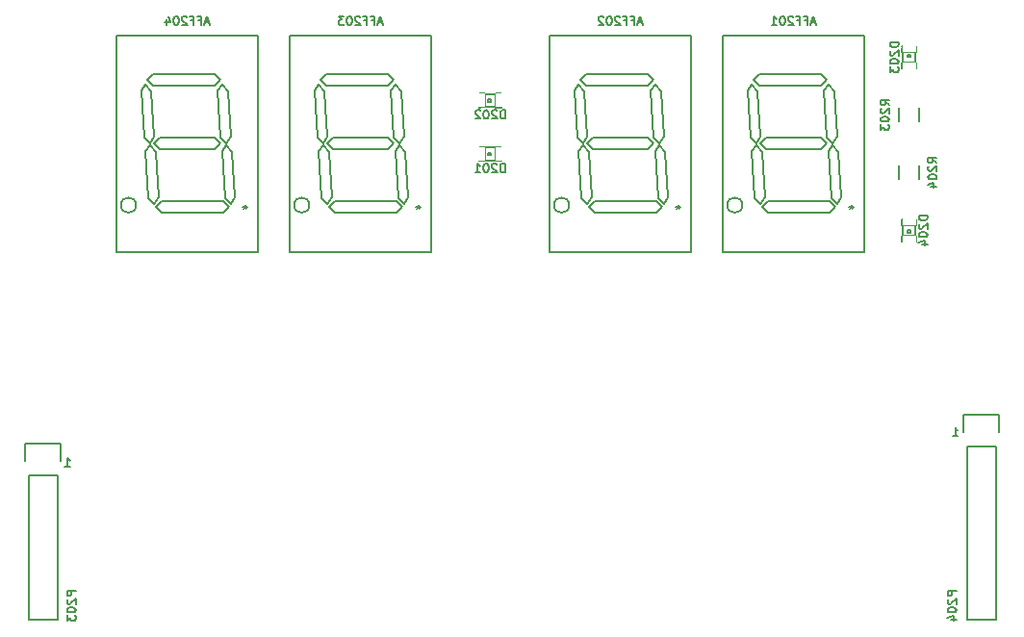
<source format=gbo>
G04 #@! TF.FileFunction,Legend,Bot*
%FSLAX46Y46*%
G04 Gerber Fmt 4.6, Leading zero omitted, Abs format (unit mm)*
G04 Created by KiCad (PCBNEW 0.201508140901+6091~28~ubuntu14.04.1-product) date Tue 08 Dec 2015 09:17:10 PM CET*
%MOMM*%
G01*
G04 APERTURE LIST*
%ADD10C,0.100000*%
%ADD11C,0.127000*%
%ADD12C,0.150000*%
%ADD13R,1.500000X1.500000*%
%ADD14C,1.500000*%
%ADD15R,1.198880X1.198880*%
%ADD16R,2.032000X1.727200*%
%ADD17O,2.032000X1.727200*%
%ADD18R,1.300000X1.500000*%
%ADD19R,1.727200X1.727200*%
%ADD20O,1.727200X1.727200*%
%ADD21R,1.727200X2.032000*%
%ADD22O,1.727200X2.032000*%
%ADD23C,0.609600*%
G04 APERTURE END LIST*
D10*
D11*
X121321286Y-84291714D02*
X121756714Y-84291714D01*
X121539000Y-84291714D02*
X121539000Y-83529714D01*
X121611571Y-83638571D01*
X121684143Y-83711143D01*
X121756714Y-83747429D01*
X199426286Y-81624714D02*
X199861714Y-81624714D01*
X199644000Y-81624714D02*
X199644000Y-80862714D01*
X199716571Y-80971571D01*
X199789143Y-81044143D01*
X199861714Y-81080429D01*
D12*
X187833000Y-56388000D02*
X188341000Y-55880000D01*
X188341000Y-55880000D02*
X187833000Y-55372000D01*
X182499000Y-55880000D02*
X183007000Y-55372000D01*
X183007000Y-56388000D02*
X182499000Y-55880000D01*
X187833000Y-55372000D02*
X183007000Y-55372000D01*
X187833000Y-56388000D02*
X183007000Y-56388000D01*
X182118000Y-56007000D02*
X182626000Y-56642000D01*
X182118000Y-56007000D02*
X181737000Y-56515000D01*
X182880000Y-60579000D02*
X182626000Y-56642000D01*
X182880000Y-60579000D02*
X182499000Y-61214000D01*
X181737000Y-56515000D02*
X181991000Y-60706000D01*
X181991000Y-60706000D02*
X182499000Y-61214000D01*
X181737000Y-50673000D02*
X182245000Y-51308000D01*
X181737000Y-50673000D02*
X181356000Y-51181000D01*
X182499000Y-55245000D02*
X182245000Y-51308000D01*
X182499000Y-55245000D02*
X182118000Y-55880000D01*
X181356000Y-51181000D02*
X181610000Y-55372000D01*
X181610000Y-55372000D02*
X182118000Y-55880000D01*
X188849000Y-56007000D02*
X189357000Y-56642000D01*
X188849000Y-56007000D02*
X188468000Y-56515000D01*
X189611000Y-60579000D02*
X189357000Y-56642000D01*
X189611000Y-60579000D02*
X189230000Y-61214000D01*
X188468000Y-56515000D02*
X188722000Y-60706000D01*
X188722000Y-60706000D02*
X189230000Y-61214000D01*
X188468000Y-50673000D02*
X188976000Y-51308000D01*
X188468000Y-50673000D02*
X188087000Y-51181000D01*
X189230000Y-55245000D02*
X188976000Y-51308000D01*
X189230000Y-55245000D02*
X188849000Y-55880000D01*
X188087000Y-51181000D02*
X188341000Y-55372000D01*
X188341000Y-55372000D02*
X188849000Y-55880000D01*
X183134000Y-61976000D02*
X182626000Y-61468000D01*
X182626000Y-61468000D02*
X183134000Y-60960000D01*
X188595000Y-60960000D02*
X183134000Y-60960000D01*
X183134000Y-61976000D02*
X188595000Y-61976000D01*
X189103000Y-61468000D02*
X188595000Y-60960000D01*
X188595000Y-61976000D02*
X189103000Y-61468000D01*
X182372000Y-50800000D02*
X181864000Y-50292000D01*
X181864000Y-50292000D02*
X182372000Y-49784000D01*
X187833000Y-49784000D02*
X182372000Y-49784000D01*
X182372000Y-50800000D02*
X187833000Y-50800000D01*
X188341000Y-50292000D02*
X187833000Y-49784000D01*
X187833000Y-50800000D02*
X188341000Y-50292000D01*
X180917751Y-61277000D02*
G75*
G03X180917751Y-61277000I-671751J0D01*
G01*
X179170000Y-46380000D02*
X191670000Y-46380000D01*
X191670000Y-46380000D02*
X191670000Y-65380000D01*
X191670000Y-65380000D02*
X179170000Y-65380000D01*
X179170000Y-65380000D02*
X179170000Y-46380000D01*
X172593000Y-56388000D02*
X173101000Y-55880000D01*
X173101000Y-55880000D02*
X172593000Y-55372000D01*
X167259000Y-55880000D02*
X167767000Y-55372000D01*
X167767000Y-56388000D02*
X167259000Y-55880000D01*
X172593000Y-55372000D02*
X167767000Y-55372000D01*
X172593000Y-56388000D02*
X167767000Y-56388000D01*
X166878000Y-56007000D02*
X167386000Y-56642000D01*
X166878000Y-56007000D02*
X166497000Y-56515000D01*
X167640000Y-60579000D02*
X167386000Y-56642000D01*
X167640000Y-60579000D02*
X167259000Y-61214000D01*
X166497000Y-56515000D02*
X166751000Y-60706000D01*
X166751000Y-60706000D02*
X167259000Y-61214000D01*
X166497000Y-50673000D02*
X167005000Y-51308000D01*
X166497000Y-50673000D02*
X166116000Y-51181000D01*
X167259000Y-55245000D02*
X167005000Y-51308000D01*
X167259000Y-55245000D02*
X166878000Y-55880000D01*
X166116000Y-51181000D02*
X166370000Y-55372000D01*
X166370000Y-55372000D02*
X166878000Y-55880000D01*
X173609000Y-56007000D02*
X174117000Y-56642000D01*
X173609000Y-56007000D02*
X173228000Y-56515000D01*
X174371000Y-60579000D02*
X174117000Y-56642000D01*
X174371000Y-60579000D02*
X173990000Y-61214000D01*
X173228000Y-56515000D02*
X173482000Y-60706000D01*
X173482000Y-60706000D02*
X173990000Y-61214000D01*
X173228000Y-50673000D02*
X173736000Y-51308000D01*
X173228000Y-50673000D02*
X172847000Y-51181000D01*
X173990000Y-55245000D02*
X173736000Y-51308000D01*
X173990000Y-55245000D02*
X173609000Y-55880000D01*
X172847000Y-51181000D02*
X173101000Y-55372000D01*
X173101000Y-55372000D02*
X173609000Y-55880000D01*
X167894000Y-61976000D02*
X167386000Y-61468000D01*
X167386000Y-61468000D02*
X167894000Y-60960000D01*
X173355000Y-60960000D02*
X167894000Y-60960000D01*
X167894000Y-61976000D02*
X173355000Y-61976000D01*
X173863000Y-61468000D02*
X173355000Y-60960000D01*
X173355000Y-61976000D02*
X173863000Y-61468000D01*
X167132000Y-50800000D02*
X166624000Y-50292000D01*
X166624000Y-50292000D02*
X167132000Y-49784000D01*
X172593000Y-49784000D02*
X167132000Y-49784000D01*
X167132000Y-50800000D02*
X172593000Y-50800000D01*
X173101000Y-50292000D02*
X172593000Y-49784000D01*
X172593000Y-50800000D02*
X173101000Y-50292000D01*
X165677751Y-61277000D02*
G75*
G03X165677751Y-61277000I-671751J0D01*
G01*
X163930000Y-46380000D02*
X176430000Y-46380000D01*
X176430000Y-46380000D02*
X176430000Y-65380000D01*
X176430000Y-65380000D02*
X163930000Y-65380000D01*
X163930000Y-65380000D02*
X163930000Y-46380000D01*
X149733000Y-56388000D02*
X150241000Y-55880000D01*
X150241000Y-55880000D02*
X149733000Y-55372000D01*
X144399000Y-55880000D02*
X144907000Y-55372000D01*
X144907000Y-56388000D02*
X144399000Y-55880000D01*
X149733000Y-55372000D02*
X144907000Y-55372000D01*
X149733000Y-56388000D02*
X144907000Y-56388000D01*
X144018000Y-56007000D02*
X144526000Y-56642000D01*
X144018000Y-56007000D02*
X143637000Y-56515000D01*
X144780000Y-60579000D02*
X144526000Y-56642000D01*
X144780000Y-60579000D02*
X144399000Y-61214000D01*
X143637000Y-56515000D02*
X143891000Y-60706000D01*
X143891000Y-60706000D02*
X144399000Y-61214000D01*
X143637000Y-50673000D02*
X144145000Y-51308000D01*
X143637000Y-50673000D02*
X143256000Y-51181000D01*
X144399000Y-55245000D02*
X144145000Y-51308000D01*
X144399000Y-55245000D02*
X144018000Y-55880000D01*
X143256000Y-51181000D02*
X143510000Y-55372000D01*
X143510000Y-55372000D02*
X144018000Y-55880000D01*
X150749000Y-56007000D02*
X151257000Y-56642000D01*
X150749000Y-56007000D02*
X150368000Y-56515000D01*
X151511000Y-60579000D02*
X151257000Y-56642000D01*
X151511000Y-60579000D02*
X151130000Y-61214000D01*
X150368000Y-56515000D02*
X150622000Y-60706000D01*
X150622000Y-60706000D02*
X151130000Y-61214000D01*
X150368000Y-50673000D02*
X150876000Y-51308000D01*
X150368000Y-50673000D02*
X149987000Y-51181000D01*
X151130000Y-55245000D02*
X150876000Y-51308000D01*
X151130000Y-55245000D02*
X150749000Y-55880000D01*
X149987000Y-51181000D02*
X150241000Y-55372000D01*
X150241000Y-55372000D02*
X150749000Y-55880000D01*
X145034000Y-61976000D02*
X144526000Y-61468000D01*
X144526000Y-61468000D02*
X145034000Y-60960000D01*
X150495000Y-60960000D02*
X145034000Y-60960000D01*
X145034000Y-61976000D02*
X150495000Y-61976000D01*
X151003000Y-61468000D02*
X150495000Y-60960000D01*
X150495000Y-61976000D02*
X151003000Y-61468000D01*
X144272000Y-50800000D02*
X143764000Y-50292000D01*
X143764000Y-50292000D02*
X144272000Y-49784000D01*
X149733000Y-49784000D02*
X144272000Y-49784000D01*
X144272000Y-50800000D02*
X149733000Y-50800000D01*
X150241000Y-50292000D02*
X149733000Y-49784000D01*
X149733000Y-50800000D02*
X150241000Y-50292000D01*
X142817751Y-61277000D02*
G75*
G03X142817751Y-61277000I-671751J0D01*
G01*
X141070000Y-46380000D02*
X153570000Y-46380000D01*
X153570000Y-46380000D02*
X153570000Y-65380000D01*
X153570000Y-65380000D02*
X141070000Y-65380000D01*
X141070000Y-65380000D02*
X141070000Y-46380000D01*
X134493000Y-56388000D02*
X135001000Y-55880000D01*
X135001000Y-55880000D02*
X134493000Y-55372000D01*
X129159000Y-55880000D02*
X129667000Y-55372000D01*
X129667000Y-56388000D02*
X129159000Y-55880000D01*
X134493000Y-55372000D02*
X129667000Y-55372000D01*
X134493000Y-56388000D02*
X129667000Y-56388000D01*
X128778000Y-56007000D02*
X129286000Y-56642000D01*
X128778000Y-56007000D02*
X128397000Y-56515000D01*
X129540000Y-60579000D02*
X129286000Y-56642000D01*
X129540000Y-60579000D02*
X129159000Y-61214000D01*
X128397000Y-56515000D02*
X128651000Y-60706000D01*
X128651000Y-60706000D02*
X129159000Y-61214000D01*
X128397000Y-50673000D02*
X128905000Y-51308000D01*
X128397000Y-50673000D02*
X128016000Y-51181000D01*
X129159000Y-55245000D02*
X128905000Y-51308000D01*
X129159000Y-55245000D02*
X128778000Y-55880000D01*
X128016000Y-51181000D02*
X128270000Y-55372000D01*
X128270000Y-55372000D02*
X128778000Y-55880000D01*
X135509000Y-56007000D02*
X136017000Y-56642000D01*
X135509000Y-56007000D02*
X135128000Y-56515000D01*
X136271000Y-60579000D02*
X136017000Y-56642000D01*
X136271000Y-60579000D02*
X135890000Y-61214000D01*
X135128000Y-56515000D02*
X135382000Y-60706000D01*
X135382000Y-60706000D02*
X135890000Y-61214000D01*
X135128000Y-50673000D02*
X135636000Y-51308000D01*
X135128000Y-50673000D02*
X134747000Y-51181000D01*
X135890000Y-55245000D02*
X135636000Y-51308000D01*
X135890000Y-55245000D02*
X135509000Y-55880000D01*
X134747000Y-51181000D02*
X135001000Y-55372000D01*
X135001000Y-55372000D02*
X135509000Y-55880000D01*
X129794000Y-61976000D02*
X129286000Y-61468000D01*
X129286000Y-61468000D02*
X129794000Y-60960000D01*
X135255000Y-60960000D02*
X129794000Y-60960000D01*
X129794000Y-61976000D02*
X135255000Y-61976000D01*
X135763000Y-61468000D02*
X135255000Y-60960000D01*
X135255000Y-61976000D02*
X135763000Y-61468000D01*
X129032000Y-50800000D02*
X128524000Y-50292000D01*
X128524000Y-50292000D02*
X129032000Y-49784000D01*
X134493000Y-49784000D02*
X129032000Y-49784000D01*
X129032000Y-50800000D02*
X134493000Y-50800000D01*
X135001000Y-50292000D02*
X134493000Y-49784000D01*
X134493000Y-50800000D02*
X135001000Y-50292000D01*
X127577751Y-61277000D02*
G75*
G03X127577751Y-61277000I-671751J0D01*
G01*
X125830000Y-46380000D02*
X138330000Y-46380000D01*
X138330000Y-46380000D02*
X138330000Y-65380000D01*
X138330000Y-65380000D02*
X125830000Y-65380000D01*
X125830000Y-65380000D02*
X125830000Y-46380000D01*
X158252160Y-56469280D02*
X158252160Y-56144160D01*
X158252160Y-56144160D02*
X157751780Y-56144160D01*
X157751780Y-56469280D02*
X157751780Y-56144160D01*
X158252160Y-56469280D02*
X157751780Y-56469280D01*
X158252160Y-57091580D02*
X158252160Y-56941720D01*
X158252160Y-56941720D02*
X158000700Y-56941720D01*
X158000700Y-57091580D02*
X158000700Y-56941720D01*
X158252160Y-57091580D02*
X158000700Y-57091580D01*
X158252160Y-56596280D02*
X158252160Y-56446420D01*
X158252160Y-56446420D02*
X158000700Y-56446420D01*
X158000700Y-56596280D02*
X158000700Y-56446420D01*
X158252160Y-56596280D02*
X158000700Y-56596280D01*
X158252160Y-56967120D02*
X158252160Y-56570880D01*
X158252160Y-56570880D02*
X158076900Y-56570880D01*
X158076900Y-56967120D02*
X158076900Y-56570880D01*
X158252160Y-56967120D02*
X158076900Y-56967120D01*
X159748220Y-56469280D02*
X159748220Y-56144160D01*
X159748220Y-56144160D02*
X159247840Y-56144160D01*
X159247840Y-56469280D02*
X159247840Y-56144160D01*
X159748220Y-56469280D02*
X159247840Y-56469280D01*
X159748220Y-57393840D02*
X159748220Y-57068720D01*
X159748220Y-57068720D02*
X159247840Y-57068720D01*
X159247840Y-57393840D02*
X159247840Y-57068720D01*
X159748220Y-57393840D02*
X159247840Y-57393840D01*
X159499300Y-56596280D02*
X159499300Y-56446420D01*
X159499300Y-56446420D02*
X159247840Y-56446420D01*
X159247840Y-56596280D02*
X159247840Y-56446420D01*
X159499300Y-56596280D02*
X159247840Y-56596280D01*
X159499300Y-57091580D02*
X159499300Y-56941720D01*
X159499300Y-56941720D02*
X159247840Y-56941720D01*
X159247840Y-57091580D02*
X159247840Y-56941720D01*
X159499300Y-57091580D02*
X159247840Y-57091580D01*
X159423100Y-56967120D02*
X159423100Y-56570880D01*
X159423100Y-56570880D02*
X159247840Y-56570880D01*
X159247840Y-56967120D02*
X159247840Y-56570880D01*
X159423100Y-56967120D02*
X159247840Y-56967120D01*
X158750000Y-56868060D02*
X158750000Y-56669940D01*
X158750000Y-56669940D02*
X158551880Y-56669940D01*
X158551880Y-56868060D02*
X158551880Y-56669940D01*
X158750000Y-56868060D02*
X158551880Y-56868060D01*
X158252160Y-57368440D02*
X158252160Y-57068720D01*
X158252160Y-57068720D02*
X157952440Y-57068720D01*
X157952440Y-57368440D02*
X157952440Y-57068720D01*
X158252160Y-57368440D02*
X157952440Y-57368440D01*
X157825440Y-57393840D02*
X157825440Y-57167780D01*
X157825440Y-57167780D02*
X157751780Y-57167780D01*
X157751780Y-57393840D02*
X157751780Y-57167780D01*
X157825440Y-57393840D02*
X157751780Y-57393840D01*
X158226760Y-56194960D02*
X159273240Y-56194960D01*
X159247840Y-57343040D02*
X157825440Y-57343040D01*
X157973482Y-57218580D02*
G75*
G03X157973482Y-57218580I-71842J0D01*
G01*
X157751780Y-57116980D02*
G75*
G03X157751780Y-56421020I0J347980D01*
G01*
X159748220Y-56421020D02*
G75*
G03X159748220Y-57116980I0J-347980D01*
G01*
X158252160Y-51770280D02*
X158252160Y-51445160D01*
X158252160Y-51445160D02*
X157751780Y-51445160D01*
X157751780Y-51770280D02*
X157751780Y-51445160D01*
X158252160Y-51770280D02*
X157751780Y-51770280D01*
X158252160Y-52392580D02*
X158252160Y-52242720D01*
X158252160Y-52242720D02*
X158000700Y-52242720D01*
X158000700Y-52392580D02*
X158000700Y-52242720D01*
X158252160Y-52392580D02*
X158000700Y-52392580D01*
X158252160Y-51897280D02*
X158252160Y-51747420D01*
X158252160Y-51747420D02*
X158000700Y-51747420D01*
X158000700Y-51897280D02*
X158000700Y-51747420D01*
X158252160Y-51897280D02*
X158000700Y-51897280D01*
X158252160Y-52268120D02*
X158252160Y-51871880D01*
X158252160Y-51871880D02*
X158076900Y-51871880D01*
X158076900Y-52268120D02*
X158076900Y-51871880D01*
X158252160Y-52268120D02*
X158076900Y-52268120D01*
X159748220Y-51770280D02*
X159748220Y-51445160D01*
X159748220Y-51445160D02*
X159247840Y-51445160D01*
X159247840Y-51770280D02*
X159247840Y-51445160D01*
X159748220Y-51770280D02*
X159247840Y-51770280D01*
X159748220Y-52694840D02*
X159748220Y-52369720D01*
X159748220Y-52369720D02*
X159247840Y-52369720D01*
X159247840Y-52694840D02*
X159247840Y-52369720D01*
X159748220Y-52694840D02*
X159247840Y-52694840D01*
X159499300Y-51897280D02*
X159499300Y-51747420D01*
X159499300Y-51747420D02*
X159247840Y-51747420D01*
X159247840Y-51897280D02*
X159247840Y-51747420D01*
X159499300Y-51897280D02*
X159247840Y-51897280D01*
X159499300Y-52392580D02*
X159499300Y-52242720D01*
X159499300Y-52242720D02*
X159247840Y-52242720D01*
X159247840Y-52392580D02*
X159247840Y-52242720D01*
X159499300Y-52392580D02*
X159247840Y-52392580D01*
X159423100Y-52268120D02*
X159423100Y-51871880D01*
X159423100Y-51871880D02*
X159247840Y-51871880D01*
X159247840Y-52268120D02*
X159247840Y-51871880D01*
X159423100Y-52268120D02*
X159247840Y-52268120D01*
X158750000Y-52169060D02*
X158750000Y-51970940D01*
X158750000Y-51970940D02*
X158551880Y-51970940D01*
X158551880Y-52169060D02*
X158551880Y-51970940D01*
X158750000Y-52169060D02*
X158551880Y-52169060D01*
X158252160Y-52669440D02*
X158252160Y-52369720D01*
X158252160Y-52369720D02*
X157952440Y-52369720D01*
X157952440Y-52669440D02*
X157952440Y-52369720D01*
X158252160Y-52669440D02*
X157952440Y-52669440D01*
X157825440Y-52694840D02*
X157825440Y-52468780D01*
X157825440Y-52468780D02*
X157751780Y-52468780D01*
X157751780Y-52694840D02*
X157751780Y-52468780D01*
X157825440Y-52694840D02*
X157751780Y-52694840D01*
X158226760Y-51495960D02*
X159273240Y-51495960D01*
X159247840Y-52644040D02*
X157825440Y-52644040D01*
X157973482Y-52519580D02*
G75*
G03X157973482Y-52519580I-71842J0D01*
G01*
X157751780Y-52417980D02*
G75*
G03X157751780Y-51722020I0J347980D01*
G01*
X159748220Y-51722020D02*
G75*
G03X159748220Y-52417980I0J-347980D01*
G01*
X195879720Y-47762160D02*
X196204840Y-47762160D01*
X196204840Y-47762160D02*
X196204840Y-47261780D01*
X195879720Y-47261780D02*
X196204840Y-47261780D01*
X195879720Y-47762160D02*
X195879720Y-47261780D01*
X195257420Y-47762160D02*
X195407280Y-47762160D01*
X195407280Y-47762160D02*
X195407280Y-47510700D01*
X195257420Y-47510700D02*
X195407280Y-47510700D01*
X195257420Y-47762160D02*
X195257420Y-47510700D01*
X195752720Y-47762160D02*
X195902580Y-47762160D01*
X195902580Y-47762160D02*
X195902580Y-47510700D01*
X195752720Y-47510700D02*
X195902580Y-47510700D01*
X195752720Y-47762160D02*
X195752720Y-47510700D01*
X195381880Y-47762160D02*
X195778120Y-47762160D01*
X195778120Y-47762160D02*
X195778120Y-47586900D01*
X195381880Y-47586900D02*
X195778120Y-47586900D01*
X195381880Y-47762160D02*
X195381880Y-47586900D01*
X195879720Y-49258220D02*
X196204840Y-49258220D01*
X196204840Y-49258220D02*
X196204840Y-48757840D01*
X195879720Y-48757840D02*
X196204840Y-48757840D01*
X195879720Y-49258220D02*
X195879720Y-48757840D01*
X194955160Y-49258220D02*
X195280280Y-49258220D01*
X195280280Y-49258220D02*
X195280280Y-48757840D01*
X194955160Y-48757840D02*
X195280280Y-48757840D01*
X194955160Y-49258220D02*
X194955160Y-48757840D01*
X195752720Y-49009300D02*
X195902580Y-49009300D01*
X195902580Y-49009300D02*
X195902580Y-48757840D01*
X195752720Y-48757840D02*
X195902580Y-48757840D01*
X195752720Y-49009300D02*
X195752720Y-48757840D01*
X195257420Y-49009300D02*
X195407280Y-49009300D01*
X195407280Y-49009300D02*
X195407280Y-48757840D01*
X195257420Y-48757840D02*
X195407280Y-48757840D01*
X195257420Y-49009300D02*
X195257420Y-48757840D01*
X195381880Y-48933100D02*
X195778120Y-48933100D01*
X195778120Y-48933100D02*
X195778120Y-48757840D01*
X195381880Y-48757840D02*
X195778120Y-48757840D01*
X195381880Y-48933100D02*
X195381880Y-48757840D01*
X195480940Y-48260000D02*
X195679060Y-48260000D01*
X195679060Y-48260000D02*
X195679060Y-48061880D01*
X195480940Y-48061880D02*
X195679060Y-48061880D01*
X195480940Y-48260000D02*
X195480940Y-48061880D01*
X194980560Y-47762160D02*
X195280280Y-47762160D01*
X195280280Y-47762160D02*
X195280280Y-47462440D01*
X194980560Y-47462440D02*
X195280280Y-47462440D01*
X194980560Y-47762160D02*
X194980560Y-47462440D01*
X194955160Y-47335440D02*
X195181220Y-47335440D01*
X195181220Y-47335440D02*
X195181220Y-47261780D01*
X194955160Y-47261780D02*
X195181220Y-47261780D01*
X194955160Y-47335440D02*
X194955160Y-47261780D01*
X196154040Y-47736760D02*
X196154040Y-48783240D01*
X195005960Y-48757840D02*
X195005960Y-47335440D01*
X195202262Y-47411640D02*
G75*
G03X195202262Y-47411640I-71842J0D01*
G01*
X195232020Y-47261780D02*
G75*
G03X195927980Y-47261780I347980J0D01*
G01*
X195927980Y-49258220D02*
G75*
G03X195232020Y-49258220I-347980J0D01*
G01*
X195280280Y-63997840D02*
X194955160Y-63997840D01*
X194955160Y-63997840D02*
X194955160Y-64498220D01*
X195280280Y-64498220D02*
X194955160Y-64498220D01*
X195280280Y-63997840D02*
X195280280Y-64498220D01*
X195902580Y-63997840D02*
X195752720Y-63997840D01*
X195752720Y-63997840D02*
X195752720Y-64249300D01*
X195902580Y-64249300D02*
X195752720Y-64249300D01*
X195902580Y-63997840D02*
X195902580Y-64249300D01*
X195407280Y-63997840D02*
X195257420Y-63997840D01*
X195257420Y-63997840D02*
X195257420Y-64249300D01*
X195407280Y-64249300D02*
X195257420Y-64249300D01*
X195407280Y-63997840D02*
X195407280Y-64249300D01*
X195778120Y-63997840D02*
X195381880Y-63997840D01*
X195381880Y-63997840D02*
X195381880Y-64173100D01*
X195778120Y-64173100D02*
X195381880Y-64173100D01*
X195778120Y-63997840D02*
X195778120Y-64173100D01*
X195280280Y-62501780D02*
X194955160Y-62501780D01*
X194955160Y-62501780D02*
X194955160Y-63002160D01*
X195280280Y-63002160D02*
X194955160Y-63002160D01*
X195280280Y-62501780D02*
X195280280Y-63002160D01*
X196204840Y-62501780D02*
X195879720Y-62501780D01*
X195879720Y-62501780D02*
X195879720Y-63002160D01*
X196204840Y-63002160D02*
X195879720Y-63002160D01*
X196204840Y-62501780D02*
X196204840Y-63002160D01*
X195407280Y-62750700D02*
X195257420Y-62750700D01*
X195257420Y-62750700D02*
X195257420Y-63002160D01*
X195407280Y-63002160D02*
X195257420Y-63002160D01*
X195407280Y-62750700D02*
X195407280Y-63002160D01*
X195902580Y-62750700D02*
X195752720Y-62750700D01*
X195752720Y-62750700D02*
X195752720Y-63002160D01*
X195902580Y-63002160D02*
X195752720Y-63002160D01*
X195902580Y-62750700D02*
X195902580Y-63002160D01*
X195778120Y-62826900D02*
X195381880Y-62826900D01*
X195381880Y-62826900D02*
X195381880Y-63002160D01*
X195778120Y-63002160D02*
X195381880Y-63002160D01*
X195778120Y-62826900D02*
X195778120Y-63002160D01*
X195679060Y-63500000D02*
X195480940Y-63500000D01*
X195480940Y-63500000D02*
X195480940Y-63698120D01*
X195679060Y-63698120D02*
X195480940Y-63698120D01*
X195679060Y-63500000D02*
X195679060Y-63698120D01*
X196179440Y-63997840D02*
X195879720Y-63997840D01*
X195879720Y-63997840D02*
X195879720Y-64297560D01*
X196179440Y-64297560D02*
X195879720Y-64297560D01*
X196179440Y-63997840D02*
X196179440Y-64297560D01*
X196204840Y-64424560D02*
X195978780Y-64424560D01*
X195978780Y-64424560D02*
X195978780Y-64498220D01*
X196204840Y-64498220D02*
X195978780Y-64498220D01*
X196204840Y-64424560D02*
X196204840Y-64498220D01*
X195005960Y-64023240D02*
X195005960Y-62976760D01*
X196154040Y-63002160D02*
X196154040Y-64424560D01*
X196101422Y-64348360D02*
G75*
G03X196101422Y-64348360I-71842J0D01*
G01*
X195927980Y-64498220D02*
G75*
G03X195232020Y-64498220I-347980J0D01*
G01*
X195232020Y-62501780D02*
G75*
G03X195927980Y-62501780I347980J0D01*
G01*
X118110000Y-85090000D02*
X118110000Y-97790000D01*
X118110000Y-97790000D02*
X120650000Y-97790000D01*
X120650000Y-97790000D02*
X120650000Y-85090000D01*
X117830000Y-82270000D02*
X117830000Y-83820000D01*
X118110000Y-85090000D02*
X120650000Y-85090000D01*
X120930000Y-83820000D02*
X120930000Y-82270000D01*
X120930000Y-82270000D02*
X117830000Y-82270000D01*
X200660000Y-82550000D02*
X200660000Y-97790000D01*
X200660000Y-97790000D02*
X203200000Y-97790000D01*
X203200000Y-97790000D02*
X203200000Y-82550000D01*
X200380000Y-79730000D02*
X200380000Y-81280000D01*
X200660000Y-82550000D02*
X203200000Y-82550000D01*
X203480000Y-81280000D02*
X203480000Y-79730000D01*
X203480000Y-79730000D02*
X200380000Y-79730000D01*
X196455000Y-53940000D02*
X196455000Y-52740000D01*
X194705000Y-52740000D02*
X194705000Y-53940000D01*
X194705000Y-57820000D02*
X194705000Y-59020000D01*
X196455000Y-59020000D02*
X196455000Y-57820000D01*
D11*
X187343142Y-45212000D02*
X186980285Y-45212000D01*
X187415714Y-45429714D02*
X187161714Y-44667714D01*
X186907714Y-45429714D01*
X186399713Y-45030571D02*
X186653713Y-45030571D01*
X186653713Y-45429714D02*
X186653713Y-44667714D01*
X186290856Y-44667714D01*
X185746570Y-45030571D02*
X186000570Y-45030571D01*
X186000570Y-45429714D02*
X186000570Y-44667714D01*
X185637713Y-44667714D01*
X185383713Y-44740286D02*
X185347427Y-44704000D01*
X185274856Y-44667714D01*
X185093427Y-44667714D01*
X185020856Y-44704000D01*
X184984570Y-44740286D01*
X184948285Y-44812857D01*
X184948285Y-44885429D01*
X184984570Y-44994286D01*
X185419999Y-45429714D01*
X184948285Y-45429714D01*
X184476571Y-44667714D02*
X184403999Y-44667714D01*
X184331428Y-44704000D01*
X184295142Y-44740286D01*
X184258856Y-44812857D01*
X184222571Y-44958000D01*
X184222571Y-45139429D01*
X184258856Y-45284571D01*
X184295142Y-45357143D01*
X184331428Y-45393429D01*
X184403999Y-45429714D01*
X184476571Y-45429714D01*
X184549142Y-45393429D01*
X184585428Y-45357143D01*
X184621713Y-45284571D01*
X184657999Y-45139429D01*
X184657999Y-44958000D01*
X184621713Y-44812857D01*
X184585428Y-44740286D01*
X184549142Y-44704000D01*
X184476571Y-44667714D01*
X183496857Y-45429714D02*
X183932285Y-45429714D01*
X183714571Y-45429714D02*
X183714571Y-44667714D01*
X183787142Y-44776571D01*
X183859714Y-44849143D01*
X183932285Y-44885429D01*
X190499999Y-61304714D02*
X190499999Y-61486143D01*
X190681428Y-61413571D02*
X190499999Y-61486143D01*
X190318571Y-61413571D01*
X190608856Y-61631286D02*
X190499999Y-61486143D01*
X190391142Y-61631286D01*
X172103142Y-45212000D02*
X171740285Y-45212000D01*
X172175714Y-45429714D02*
X171921714Y-44667714D01*
X171667714Y-45429714D01*
X171159713Y-45030571D02*
X171413713Y-45030571D01*
X171413713Y-45429714D02*
X171413713Y-44667714D01*
X171050856Y-44667714D01*
X170506570Y-45030571D02*
X170760570Y-45030571D01*
X170760570Y-45429714D02*
X170760570Y-44667714D01*
X170397713Y-44667714D01*
X170143713Y-44740286D02*
X170107427Y-44704000D01*
X170034856Y-44667714D01*
X169853427Y-44667714D01*
X169780856Y-44704000D01*
X169744570Y-44740286D01*
X169708285Y-44812857D01*
X169708285Y-44885429D01*
X169744570Y-44994286D01*
X170179999Y-45429714D01*
X169708285Y-45429714D01*
X169236571Y-44667714D02*
X169163999Y-44667714D01*
X169091428Y-44704000D01*
X169055142Y-44740286D01*
X169018856Y-44812857D01*
X168982571Y-44958000D01*
X168982571Y-45139429D01*
X169018856Y-45284571D01*
X169055142Y-45357143D01*
X169091428Y-45393429D01*
X169163999Y-45429714D01*
X169236571Y-45429714D01*
X169309142Y-45393429D01*
X169345428Y-45357143D01*
X169381713Y-45284571D01*
X169417999Y-45139429D01*
X169417999Y-44958000D01*
X169381713Y-44812857D01*
X169345428Y-44740286D01*
X169309142Y-44704000D01*
X169236571Y-44667714D01*
X168692285Y-44740286D02*
X168655999Y-44704000D01*
X168583428Y-44667714D01*
X168401999Y-44667714D01*
X168329428Y-44704000D01*
X168293142Y-44740286D01*
X168256857Y-44812857D01*
X168256857Y-44885429D01*
X168293142Y-44994286D01*
X168728571Y-45429714D01*
X168256857Y-45429714D01*
X175259999Y-61304714D02*
X175259999Y-61486143D01*
X175441428Y-61413571D02*
X175259999Y-61486143D01*
X175078571Y-61413571D01*
X175368856Y-61631286D02*
X175259999Y-61486143D01*
X175151142Y-61631286D01*
X149243142Y-45212000D02*
X148880285Y-45212000D01*
X149315714Y-45429714D02*
X149061714Y-44667714D01*
X148807714Y-45429714D01*
X148299713Y-45030571D02*
X148553713Y-45030571D01*
X148553713Y-45429714D02*
X148553713Y-44667714D01*
X148190856Y-44667714D01*
X147646570Y-45030571D02*
X147900570Y-45030571D01*
X147900570Y-45429714D02*
X147900570Y-44667714D01*
X147537713Y-44667714D01*
X147283713Y-44740286D02*
X147247427Y-44704000D01*
X147174856Y-44667714D01*
X146993427Y-44667714D01*
X146920856Y-44704000D01*
X146884570Y-44740286D01*
X146848285Y-44812857D01*
X146848285Y-44885429D01*
X146884570Y-44994286D01*
X147319999Y-45429714D01*
X146848285Y-45429714D01*
X146376571Y-44667714D02*
X146303999Y-44667714D01*
X146231428Y-44704000D01*
X146195142Y-44740286D01*
X146158856Y-44812857D01*
X146122571Y-44958000D01*
X146122571Y-45139429D01*
X146158856Y-45284571D01*
X146195142Y-45357143D01*
X146231428Y-45393429D01*
X146303999Y-45429714D01*
X146376571Y-45429714D01*
X146449142Y-45393429D01*
X146485428Y-45357143D01*
X146521713Y-45284571D01*
X146557999Y-45139429D01*
X146557999Y-44958000D01*
X146521713Y-44812857D01*
X146485428Y-44740286D01*
X146449142Y-44704000D01*
X146376571Y-44667714D01*
X145868571Y-44667714D02*
X145396857Y-44667714D01*
X145650857Y-44958000D01*
X145541999Y-44958000D01*
X145469428Y-44994286D01*
X145433142Y-45030571D01*
X145396857Y-45103143D01*
X145396857Y-45284571D01*
X145433142Y-45357143D01*
X145469428Y-45393429D01*
X145541999Y-45429714D01*
X145759714Y-45429714D01*
X145832285Y-45393429D01*
X145868571Y-45357143D01*
X152399999Y-61304714D02*
X152399999Y-61486143D01*
X152581428Y-61413571D02*
X152399999Y-61486143D01*
X152218571Y-61413571D01*
X152508856Y-61631286D02*
X152399999Y-61486143D01*
X152291142Y-61631286D01*
X134003142Y-45212000D02*
X133640285Y-45212000D01*
X134075714Y-45429714D02*
X133821714Y-44667714D01*
X133567714Y-45429714D01*
X133059713Y-45030571D02*
X133313713Y-45030571D01*
X133313713Y-45429714D02*
X133313713Y-44667714D01*
X132950856Y-44667714D01*
X132406570Y-45030571D02*
X132660570Y-45030571D01*
X132660570Y-45429714D02*
X132660570Y-44667714D01*
X132297713Y-44667714D01*
X132043713Y-44740286D02*
X132007427Y-44704000D01*
X131934856Y-44667714D01*
X131753427Y-44667714D01*
X131680856Y-44704000D01*
X131644570Y-44740286D01*
X131608285Y-44812857D01*
X131608285Y-44885429D01*
X131644570Y-44994286D01*
X132079999Y-45429714D01*
X131608285Y-45429714D01*
X131136571Y-44667714D02*
X131063999Y-44667714D01*
X130991428Y-44704000D01*
X130955142Y-44740286D01*
X130918856Y-44812857D01*
X130882571Y-44958000D01*
X130882571Y-45139429D01*
X130918856Y-45284571D01*
X130955142Y-45357143D01*
X130991428Y-45393429D01*
X131063999Y-45429714D01*
X131136571Y-45429714D01*
X131209142Y-45393429D01*
X131245428Y-45357143D01*
X131281713Y-45284571D01*
X131317999Y-45139429D01*
X131317999Y-44958000D01*
X131281713Y-44812857D01*
X131245428Y-44740286D01*
X131209142Y-44704000D01*
X131136571Y-44667714D01*
X130229428Y-44921714D02*
X130229428Y-45429714D01*
X130410857Y-44631429D02*
X130592285Y-45175714D01*
X130120571Y-45175714D01*
X137159999Y-61304714D02*
X137159999Y-61486143D01*
X137341428Y-61413571D02*
X137159999Y-61486143D01*
X136978571Y-61413571D01*
X137268856Y-61631286D02*
X137159999Y-61486143D01*
X137051142Y-61631286D01*
X160038142Y-58383714D02*
X160038142Y-57621714D01*
X159856714Y-57621714D01*
X159747857Y-57658000D01*
X159675285Y-57730571D01*
X159639000Y-57803143D01*
X159602714Y-57948286D01*
X159602714Y-58057143D01*
X159639000Y-58202286D01*
X159675285Y-58274857D01*
X159747857Y-58347429D01*
X159856714Y-58383714D01*
X160038142Y-58383714D01*
X159312428Y-57694286D02*
X159276142Y-57658000D01*
X159203571Y-57621714D01*
X159022142Y-57621714D01*
X158949571Y-57658000D01*
X158913285Y-57694286D01*
X158877000Y-57766857D01*
X158877000Y-57839429D01*
X158913285Y-57948286D01*
X159348714Y-58383714D01*
X158877000Y-58383714D01*
X158405286Y-57621714D02*
X158332714Y-57621714D01*
X158260143Y-57658000D01*
X158223857Y-57694286D01*
X158187571Y-57766857D01*
X158151286Y-57912000D01*
X158151286Y-58093429D01*
X158187571Y-58238571D01*
X158223857Y-58311143D01*
X158260143Y-58347429D01*
X158332714Y-58383714D01*
X158405286Y-58383714D01*
X158477857Y-58347429D01*
X158514143Y-58311143D01*
X158550428Y-58238571D01*
X158586714Y-58093429D01*
X158586714Y-57912000D01*
X158550428Y-57766857D01*
X158514143Y-57694286D01*
X158477857Y-57658000D01*
X158405286Y-57621714D01*
X157425572Y-58383714D02*
X157861000Y-58383714D01*
X157643286Y-58383714D02*
X157643286Y-57621714D01*
X157715857Y-57730571D01*
X157788429Y-57803143D01*
X157861000Y-57839429D01*
X160038142Y-53684714D02*
X160038142Y-52922714D01*
X159856714Y-52922714D01*
X159747857Y-52959000D01*
X159675285Y-53031571D01*
X159639000Y-53104143D01*
X159602714Y-53249286D01*
X159602714Y-53358143D01*
X159639000Y-53503286D01*
X159675285Y-53575857D01*
X159747857Y-53648429D01*
X159856714Y-53684714D01*
X160038142Y-53684714D01*
X159312428Y-52995286D02*
X159276142Y-52959000D01*
X159203571Y-52922714D01*
X159022142Y-52922714D01*
X158949571Y-52959000D01*
X158913285Y-52995286D01*
X158877000Y-53067857D01*
X158877000Y-53140429D01*
X158913285Y-53249286D01*
X159348714Y-53684714D01*
X158877000Y-53684714D01*
X158405286Y-52922714D02*
X158332714Y-52922714D01*
X158260143Y-52959000D01*
X158223857Y-52995286D01*
X158187571Y-53067857D01*
X158151286Y-53213000D01*
X158151286Y-53394429D01*
X158187571Y-53539571D01*
X158223857Y-53612143D01*
X158260143Y-53648429D01*
X158332714Y-53684714D01*
X158405286Y-53684714D01*
X158477857Y-53648429D01*
X158514143Y-53612143D01*
X158550428Y-53539571D01*
X158586714Y-53394429D01*
X158586714Y-53213000D01*
X158550428Y-53067857D01*
X158514143Y-52995286D01*
X158477857Y-52959000D01*
X158405286Y-52922714D01*
X157861000Y-52995286D02*
X157824714Y-52959000D01*
X157752143Y-52922714D01*
X157570714Y-52922714D01*
X157498143Y-52959000D01*
X157461857Y-52995286D01*
X157425572Y-53067857D01*
X157425572Y-53140429D01*
X157461857Y-53249286D01*
X157897286Y-53684714D01*
X157425572Y-53684714D01*
X194654714Y-46971858D02*
X193892714Y-46971858D01*
X193892714Y-47153286D01*
X193929000Y-47262143D01*
X194001571Y-47334715D01*
X194074143Y-47371000D01*
X194219286Y-47407286D01*
X194328143Y-47407286D01*
X194473286Y-47371000D01*
X194545857Y-47334715D01*
X194618429Y-47262143D01*
X194654714Y-47153286D01*
X194654714Y-46971858D01*
X193965286Y-47697572D02*
X193929000Y-47733858D01*
X193892714Y-47806429D01*
X193892714Y-47987858D01*
X193929000Y-48060429D01*
X193965286Y-48096715D01*
X194037857Y-48133000D01*
X194110429Y-48133000D01*
X194219286Y-48096715D01*
X194654714Y-47661286D01*
X194654714Y-48133000D01*
X193892714Y-48604714D02*
X193892714Y-48677286D01*
X193929000Y-48749857D01*
X193965286Y-48786143D01*
X194037857Y-48822429D01*
X194183000Y-48858714D01*
X194364429Y-48858714D01*
X194509571Y-48822429D01*
X194582143Y-48786143D01*
X194618429Y-48749857D01*
X194654714Y-48677286D01*
X194654714Y-48604714D01*
X194618429Y-48532143D01*
X194582143Y-48495857D01*
X194509571Y-48459572D01*
X194364429Y-48423286D01*
X194183000Y-48423286D01*
X194037857Y-48459572D01*
X193965286Y-48495857D01*
X193929000Y-48532143D01*
X193892714Y-48604714D01*
X193892714Y-49112714D02*
X193892714Y-49584428D01*
X194183000Y-49330428D01*
X194183000Y-49439286D01*
X194219286Y-49511857D01*
X194255571Y-49548143D01*
X194328143Y-49584428D01*
X194509571Y-49584428D01*
X194582143Y-49548143D01*
X194618429Y-49511857D01*
X194654714Y-49439286D01*
X194654714Y-49221571D01*
X194618429Y-49149000D01*
X194582143Y-49112714D01*
X197194714Y-62211858D02*
X196432714Y-62211858D01*
X196432714Y-62393286D01*
X196469000Y-62502143D01*
X196541571Y-62574715D01*
X196614143Y-62611000D01*
X196759286Y-62647286D01*
X196868143Y-62647286D01*
X197013286Y-62611000D01*
X197085857Y-62574715D01*
X197158429Y-62502143D01*
X197194714Y-62393286D01*
X197194714Y-62211858D01*
X196505286Y-62937572D02*
X196469000Y-62973858D01*
X196432714Y-63046429D01*
X196432714Y-63227858D01*
X196469000Y-63300429D01*
X196505286Y-63336715D01*
X196577857Y-63373000D01*
X196650429Y-63373000D01*
X196759286Y-63336715D01*
X197194714Y-62901286D01*
X197194714Y-63373000D01*
X196432714Y-63844714D02*
X196432714Y-63917286D01*
X196469000Y-63989857D01*
X196505286Y-64026143D01*
X196577857Y-64062429D01*
X196723000Y-64098714D01*
X196904429Y-64098714D01*
X197049571Y-64062429D01*
X197122143Y-64026143D01*
X197158429Y-63989857D01*
X197194714Y-63917286D01*
X197194714Y-63844714D01*
X197158429Y-63772143D01*
X197122143Y-63735857D01*
X197049571Y-63699572D01*
X196904429Y-63663286D01*
X196723000Y-63663286D01*
X196577857Y-63699572D01*
X196505286Y-63735857D01*
X196469000Y-63772143D01*
X196432714Y-63844714D01*
X196686714Y-64751857D02*
X197194714Y-64751857D01*
X196396429Y-64570428D02*
X196940714Y-64389000D01*
X196940714Y-64860714D01*
X122264714Y-95231858D02*
X121502714Y-95231858D01*
X121502714Y-95522143D01*
X121539000Y-95594715D01*
X121575286Y-95631000D01*
X121647857Y-95667286D01*
X121756714Y-95667286D01*
X121829286Y-95631000D01*
X121865571Y-95594715D01*
X121901857Y-95522143D01*
X121901857Y-95231858D01*
X121575286Y-95957572D02*
X121539000Y-95993858D01*
X121502714Y-96066429D01*
X121502714Y-96247858D01*
X121539000Y-96320429D01*
X121575286Y-96356715D01*
X121647857Y-96393000D01*
X121720429Y-96393000D01*
X121829286Y-96356715D01*
X122264714Y-95921286D01*
X122264714Y-96393000D01*
X121502714Y-96864714D02*
X121502714Y-96937286D01*
X121539000Y-97009857D01*
X121575286Y-97046143D01*
X121647857Y-97082429D01*
X121793000Y-97118714D01*
X121974429Y-97118714D01*
X122119571Y-97082429D01*
X122192143Y-97046143D01*
X122228429Y-97009857D01*
X122264714Y-96937286D01*
X122264714Y-96864714D01*
X122228429Y-96792143D01*
X122192143Y-96755857D01*
X122119571Y-96719572D01*
X121974429Y-96683286D01*
X121793000Y-96683286D01*
X121647857Y-96719572D01*
X121575286Y-96755857D01*
X121539000Y-96792143D01*
X121502714Y-96864714D01*
X121502714Y-97372714D02*
X121502714Y-97844428D01*
X121793000Y-97590428D01*
X121793000Y-97699286D01*
X121829286Y-97771857D01*
X121865571Y-97808143D01*
X121938143Y-97844428D01*
X122119571Y-97844428D01*
X122192143Y-97808143D01*
X122228429Y-97771857D01*
X122264714Y-97699286D01*
X122264714Y-97481571D01*
X122228429Y-97409000D01*
X122192143Y-97372714D01*
X199734714Y-95231858D02*
X198972714Y-95231858D01*
X198972714Y-95522143D01*
X199009000Y-95594715D01*
X199045286Y-95631000D01*
X199117857Y-95667286D01*
X199226714Y-95667286D01*
X199299286Y-95631000D01*
X199335571Y-95594715D01*
X199371857Y-95522143D01*
X199371857Y-95231858D01*
X199045286Y-95957572D02*
X199009000Y-95993858D01*
X198972714Y-96066429D01*
X198972714Y-96247858D01*
X199009000Y-96320429D01*
X199045286Y-96356715D01*
X199117857Y-96393000D01*
X199190429Y-96393000D01*
X199299286Y-96356715D01*
X199734714Y-95921286D01*
X199734714Y-96393000D01*
X198972714Y-96864714D02*
X198972714Y-96937286D01*
X199009000Y-97009857D01*
X199045286Y-97046143D01*
X199117857Y-97082429D01*
X199263000Y-97118714D01*
X199444429Y-97118714D01*
X199589571Y-97082429D01*
X199662143Y-97046143D01*
X199698429Y-97009857D01*
X199734714Y-96937286D01*
X199734714Y-96864714D01*
X199698429Y-96792143D01*
X199662143Y-96755857D01*
X199589571Y-96719572D01*
X199444429Y-96683286D01*
X199263000Y-96683286D01*
X199117857Y-96719572D01*
X199045286Y-96755857D01*
X199009000Y-96792143D01*
X198972714Y-96864714D01*
X199226714Y-97771857D02*
X199734714Y-97771857D01*
X198936429Y-97590428D02*
X199480714Y-97409000D01*
X199480714Y-97880714D01*
X193824714Y-52487286D02*
X193461857Y-52233286D01*
X193824714Y-52051858D02*
X193062714Y-52051858D01*
X193062714Y-52342143D01*
X193099000Y-52414715D01*
X193135286Y-52451000D01*
X193207857Y-52487286D01*
X193316714Y-52487286D01*
X193389286Y-52451000D01*
X193425571Y-52414715D01*
X193461857Y-52342143D01*
X193461857Y-52051858D01*
X193135286Y-52777572D02*
X193099000Y-52813858D01*
X193062714Y-52886429D01*
X193062714Y-53067858D01*
X193099000Y-53140429D01*
X193135286Y-53176715D01*
X193207857Y-53213000D01*
X193280429Y-53213000D01*
X193389286Y-53176715D01*
X193824714Y-52741286D01*
X193824714Y-53213000D01*
X193062714Y-53684714D02*
X193062714Y-53757286D01*
X193099000Y-53829857D01*
X193135286Y-53866143D01*
X193207857Y-53902429D01*
X193353000Y-53938714D01*
X193534429Y-53938714D01*
X193679571Y-53902429D01*
X193752143Y-53866143D01*
X193788429Y-53829857D01*
X193824714Y-53757286D01*
X193824714Y-53684714D01*
X193788429Y-53612143D01*
X193752143Y-53575857D01*
X193679571Y-53539572D01*
X193534429Y-53503286D01*
X193353000Y-53503286D01*
X193207857Y-53539572D01*
X193135286Y-53575857D01*
X193099000Y-53612143D01*
X193062714Y-53684714D01*
X193062714Y-54192714D02*
X193062714Y-54664428D01*
X193353000Y-54410428D01*
X193353000Y-54519286D01*
X193389286Y-54591857D01*
X193425571Y-54628143D01*
X193498143Y-54664428D01*
X193679571Y-54664428D01*
X193752143Y-54628143D01*
X193788429Y-54591857D01*
X193824714Y-54519286D01*
X193824714Y-54301571D01*
X193788429Y-54229000D01*
X193752143Y-54192714D01*
X198024714Y-57567286D02*
X197661857Y-57313286D01*
X198024714Y-57131858D02*
X197262714Y-57131858D01*
X197262714Y-57422143D01*
X197299000Y-57494715D01*
X197335286Y-57531000D01*
X197407857Y-57567286D01*
X197516714Y-57567286D01*
X197589286Y-57531000D01*
X197625571Y-57494715D01*
X197661857Y-57422143D01*
X197661857Y-57131858D01*
X197335286Y-57857572D02*
X197299000Y-57893858D01*
X197262714Y-57966429D01*
X197262714Y-58147858D01*
X197299000Y-58220429D01*
X197335286Y-58256715D01*
X197407857Y-58293000D01*
X197480429Y-58293000D01*
X197589286Y-58256715D01*
X198024714Y-57821286D01*
X198024714Y-58293000D01*
X197262714Y-58764714D02*
X197262714Y-58837286D01*
X197299000Y-58909857D01*
X197335286Y-58946143D01*
X197407857Y-58982429D01*
X197553000Y-59018714D01*
X197734429Y-59018714D01*
X197879571Y-58982429D01*
X197952143Y-58946143D01*
X197988429Y-58909857D01*
X198024714Y-58837286D01*
X198024714Y-58764714D01*
X197988429Y-58692143D01*
X197952143Y-58655857D01*
X197879571Y-58619572D01*
X197734429Y-58583286D01*
X197553000Y-58583286D01*
X197407857Y-58619572D01*
X197335286Y-58655857D01*
X197299000Y-58692143D01*
X197262714Y-58764714D01*
X197516714Y-59671857D02*
X198024714Y-59671857D01*
X197226429Y-59490428D02*
X197770714Y-59309000D01*
X197770714Y-59780714D01*
%LPC*%
D13*
X190500000Y-63500000D03*
D14*
X187960000Y-63500000D03*
X185420000Y-63500000D03*
X182880000Y-63500000D03*
X180340000Y-63500000D03*
X180340000Y-48260000D03*
X182880000Y-48260000D03*
X185420000Y-48260000D03*
X187960000Y-48260000D03*
X190500000Y-48260000D03*
D13*
X175260000Y-63500000D03*
D14*
X172720000Y-63500000D03*
X170180000Y-63500000D03*
X167640000Y-63500000D03*
X165100000Y-63500000D03*
X165100000Y-48260000D03*
X167640000Y-48260000D03*
X170180000Y-48260000D03*
X172720000Y-48260000D03*
X175260000Y-48260000D03*
D13*
X152400000Y-63500000D03*
D14*
X149860000Y-63500000D03*
X147320000Y-63500000D03*
X144780000Y-63500000D03*
X142240000Y-63500000D03*
X142240000Y-48260000D03*
X144780000Y-48260000D03*
X147320000Y-48260000D03*
X149860000Y-48260000D03*
X152400000Y-48260000D03*
D13*
X137160000Y-63500000D03*
D14*
X134620000Y-63500000D03*
X132080000Y-63500000D03*
X129540000Y-63500000D03*
X127000000Y-63500000D03*
X127000000Y-48260000D03*
X129540000Y-48260000D03*
X132080000Y-48260000D03*
X134620000Y-48260000D03*
X137160000Y-48260000D03*
D15*
X159799020Y-56769000D03*
X157700980Y-56769000D03*
X159799020Y-52070000D03*
X157700980Y-52070000D03*
X195580000Y-49309020D03*
X195580000Y-47210980D03*
X195580000Y-62450980D03*
X195580000Y-64549020D03*
D16*
X119380000Y-83820000D03*
D17*
X119380000Y-86360000D03*
X119380000Y-88900000D03*
X119380000Y-91440000D03*
X119380000Y-93980000D03*
X119380000Y-96520000D03*
D16*
X201930000Y-81280000D03*
D17*
X201930000Y-83820000D03*
X201930000Y-86360000D03*
X201930000Y-88900000D03*
X201930000Y-91440000D03*
X201930000Y-93980000D03*
X201930000Y-96520000D03*
D18*
X195580000Y-51990000D03*
X195580000Y-54690000D03*
X195580000Y-59770000D03*
X195580000Y-57070000D03*
D19*
X172212000Y-93599000D03*
D20*
X172212000Y-96139000D03*
X169672000Y-93599000D03*
X169672000Y-96139000D03*
X167132000Y-93599000D03*
X167132000Y-96139000D03*
D16*
X119380000Y-60960000D03*
D17*
X119380000Y-63500000D03*
X119380000Y-66040000D03*
X119380000Y-68580000D03*
X119380000Y-71120000D03*
X119380000Y-73660000D03*
D16*
X201930000Y-58420000D03*
D17*
X201930000Y-60960000D03*
X201930000Y-63500000D03*
X201930000Y-66040000D03*
X201930000Y-68580000D03*
X201930000Y-71120000D03*
X201930000Y-73660000D03*
D21*
X145542000Y-96139000D03*
D22*
X148082000Y-96139000D03*
X150622000Y-96139000D03*
X153162000Y-96139000D03*
X155702000Y-96139000D03*
X158242000Y-96139000D03*
D23*
X143002000Y-78359000D03*
X144018000Y-78359000D03*
X145034000Y-78359000D03*
X144018000Y-76835000D03*
X143002000Y-76835000D03*
X145034000Y-76835000D03*
X177292000Y-78359000D03*
X178308000Y-78359000D03*
X179324000Y-78359000D03*
X178308000Y-76835000D03*
X177292000Y-76835000D03*
X179324000Y-76835000D03*
M02*

</source>
